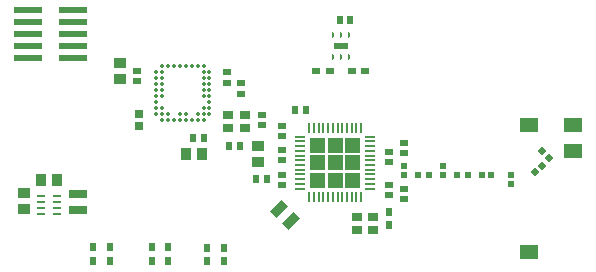
<source format=gtp>
G04*
G04 #@! TF.GenerationSoftware,Altium Limited,Altium Designer,22.8.2 (66)*
G04*
G04 Layer_Color=8421504*
%FSLAX44Y44*%
%MOMM*%
G71*
G04*
G04 #@! TF.SameCoordinates,E765EAFB-E956-432D-8013-76C00557599A*
G04*
G04*
G04 #@! TF.FilePolarity,Positive*
G04*
G01*
G75*
%ADD14R,1.2500X0.6200*%
%ADD15R,1.5000X1.2000*%
%ADD16R,0.0254X0.0254*%
%ADD17R,0.8600X0.2200*%
%ADD18R,0.2200X0.8600*%
%ADD19R,0.6000X0.6400*%
%ADD20R,0.9000X1.0000*%
%ADD21R,0.6400X0.6000*%
%ADD22R,0.9000X0.8000*%
%ADD23R,0.7500X0.6000*%
G04:AMPARAMS|DCode=24|XSize=0.5mm|YSize=0.25mm|CornerRadius=0.125mm|HoleSize=0mm|Usage=FLASHONLY|Rotation=270.000|XOffset=0mm|YOffset=0mm|HoleType=Round|Shape=RoundedRectangle|*
%AMROUNDEDRECTD24*
21,1,0.5000,0.0000,0,0,270.0*
21,1,0.2500,0.2500,0,0,270.0*
1,1,0.2500,0.0000,-0.1250*
1,1,0.2500,0.0000,0.1250*
1,1,0.2500,0.0000,0.1250*
1,1,0.2500,0.0000,-0.1250*
%
%ADD24ROUNDEDRECTD24*%
%ADD25C,0.3500*%
%ADD26R,0.6000X0.7500*%
%ADD27R,0.4800X0.5400*%
%ADD28R,1.0000X0.9000*%
%ADD29R,0.5500X0.5400*%
%ADD30R,0.5400X0.5500*%
G04:AMPARAMS|DCode=31|XSize=0.54mm|YSize=0.48mm|CornerRadius=0mm|HoleSize=0mm|Usage=FLASHONLY|Rotation=225.000|XOffset=0mm|YOffset=0mm|HoleType=Round|Shape=Rectangle|*
%AMROTATEDRECTD31*
4,1,4,0.0212,0.3606,0.3606,0.0212,-0.0212,-0.3606,-0.3606,-0.0212,0.0212,0.3606,0.0*
%
%ADD31ROTATEDRECTD31*%

G04:AMPARAMS|DCode=32|XSize=0.54mm|YSize=0.55mm|CornerRadius=0mm|HoleSize=0mm|Usage=FLASHONLY|Rotation=315.000|XOffset=0mm|YOffset=0mm|HoleType=Round|Shape=Rectangle|*
%AMROTATEDRECTD32*
4,1,4,-0.3854,-0.0035,0.0035,0.3854,0.3854,0.0035,-0.0035,-0.3854,-0.3854,-0.0035,0.0*
%
%ADD32ROTATEDRECTD32*%

G04:AMPARAMS|DCode=33|XSize=0.75mm|YSize=1.4mm|CornerRadius=0mm|HoleSize=0mm|Usage=FLASHONLY|Rotation=315.000|XOffset=0mm|YOffset=0mm|HoleType=Round|Shape=Rectangle|*
%AMROTATEDRECTD33*
4,1,4,-0.7601,-0.2298,0.2298,0.7601,0.7601,0.2298,-0.2298,-0.7601,-0.7601,-0.2298,0.0*
%
%ADD33ROTATEDRECTD33*%

%ADD34R,0.7200X0.7600*%
G04:AMPARAMS|DCode=35|XSize=0.6mm|YSize=0.25mm|CornerRadius=0.05mm|HoleSize=0mm|Usage=FLASHONLY|Rotation=0.000|XOffset=0mm|YOffset=0mm|HoleType=Round|Shape=RoundedRectangle|*
%AMROUNDEDRECTD35*
21,1,0.6000,0.1500,0,0,0.0*
21,1,0.5000,0.2500,0,0,0.0*
1,1,0.1000,0.2500,-0.0750*
1,1,0.1000,-0.2500,-0.0750*
1,1,0.1000,-0.2500,0.0750*
1,1,0.1000,0.2500,0.0750*
%
%ADD35ROUNDEDRECTD35*%
%ADD36R,1.6000X0.6500*%
%ADD37R,2.4000X0.5600*%
G36*
X595450Y354251D02*
X582617D01*
Y367084D01*
X595450D01*
Y354251D01*
D02*
G37*
G36*
X580617D02*
X567783D01*
Y367084D01*
X580617D01*
Y354251D01*
D02*
G37*
G36*
X565783D02*
X552950D01*
Y367084D01*
X565783D01*
Y354251D01*
D02*
G37*
G36*
X595450Y339417D02*
X582617D01*
Y352251D01*
X595450D01*
Y339417D01*
D02*
G37*
G36*
X580617D02*
X567783D01*
Y352251D01*
X580617D01*
Y339417D01*
D02*
G37*
G36*
X565783D02*
X552950D01*
Y352251D01*
X565783D01*
Y339417D01*
D02*
G37*
G36*
X595450Y324584D02*
X582617D01*
Y337417D01*
X595450D01*
Y324584D01*
D02*
G37*
G36*
X580617D02*
X567783D01*
Y337417D01*
X580617D01*
Y324584D01*
D02*
G37*
G36*
X565783D02*
X552950D01*
Y337417D01*
X565783D01*
Y324584D01*
D02*
G37*
D14*
X579120Y444754D02*
D03*
D15*
X775316Y377530D02*
D03*
Y355530D02*
D03*
X738016Y377530D02*
D03*
Y270530D02*
D03*
D16*
X574200Y345834D02*
D03*
D17*
X544850Y323834D02*
D03*
Y327834D02*
D03*
Y331834D02*
D03*
Y335834D02*
D03*
Y339834D02*
D03*
Y343834D02*
D03*
Y347834D02*
D03*
Y351834D02*
D03*
Y355834D02*
D03*
Y359834D02*
D03*
Y363834D02*
D03*
Y367834D02*
D03*
X603550D02*
D03*
Y363834D02*
D03*
Y359834D02*
D03*
Y355834D02*
D03*
Y351834D02*
D03*
Y347834D02*
D03*
Y343834D02*
D03*
Y339834D02*
D03*
Y335834D02*
D03*
Y331834D02*
D03*
Y327834D02*
D03*
Y323834D02*
D03*
D18*
X552200Y375184D02*
D03*
X556200D02*
D03*
X560200D02*
D03*
X564200D02*
D03*
X568200D02*
D03*
X572200D02*
D03*
X576200D02*
D03*
X580200D02*
D03*
X584200D02*
D03*
X588200D02*
D03*
X592200D02*
D03*
X596200D02*
D03*
Y316484D02*
D03*
X592200D02*
D03*
X588200D02*
D03*
X584200D02*
D03*
X580200D02*
D03*
X576200D02*
D03*
X572200D02*
D03*
X568200D02*
D03*
X564200D02*
D03*
X560200D02*
D03*
X556200D02*
D03*
X552200D02*
D03*
D19*
X587102Y466288D02*
D03*
X578302D02*
D03*
X484722Y359918D02*
D03*
X493522D02*
D03*
X462870Y367030D02*
D03*
X454070D02*
D03*
X549230Y390144D02*
D03*
X540430D02*
D03*
X516210Y331724D02*
D03*
X507410D02*
D03*
D20*
X461156Y353060D02*
D03*
X447656D02*
D03*
X325228Y331216D02*
D03*
X338728D02*
D03*
D21*
X512572Y386162D02*
D03*
Y377362D02*
D03*
X494792Y413086D02*
D03*
Y404286D02*
D03*
X482600Y413430D02*
D03*
Y422230D02*
D03*
X632460Y362794D02*
D03*
Y353994D02*
D03*
Y314624D02*
D03*
Y323424D02*
D03*
X619760Y355174D02*
D03*
Y346374D02*
D03*
Y318434D02*
D03*
Y327234D02*
D03*
X529590Y326734D02*
D03*
Y335534D02*
D03*
Y367964D02*
D03*
Y376764D02*
D03*
Y347644D02*
D03*
Y356444D02*
D03*
X406146Y414700D02*
D03*
Y423500D02*
D03*
D22*
X483870Y386080D02*
D03*
X497870D02*
D03*
Y375080D02*
D03*
X483870D02*
D03*
X592440Y288886D02*
D03*
X606440D02*
D03*
Y299886D02*
D03*
X592440D02*
D03*
D23*
X569630Y423418D02*
D03*
X558130D02*
D03*
X588356D02*
D03*
X599856D02*
D03*
D24*
X585620Y435254D02*
D03*
X579120D02*
D03*
X572620D02*
D03*
Y454254D02*
D03*
X579120D02*
D03*
X585620D02*
D03*
D25*
X467772Y387266D02*
D03*
Y392266D02*
D03*
Y397266D02*
D03*
Y402266D02*
D03*
Y407266D02*
D03*
Y412266D02*
D03*
Y417266D02*
D03*
Y422266D02*
D03*
X462772Y382266D02*
D03*
Y387266D02*
D03*
Y392266D02*
D03*
Y402266D02*
D03*
Y407266D02*
D03*
Y412266D02*
D03*
Y417266D02*
D03*
Y422266D02*
D03*
Y427266D02*
D03*
X457772Y382266D02*
D03*
Y387266D02*
D03*
Y427266D02*
D03*
X452772Y382266D02*
D03*
Y427266D02*
D03*
X447772Y382266D02*
D03*
Y387266D02*
D03*
Y427266D02*
D03*
X442772Y382266D02*
D03*
Y387266D02*
D03*
Y427266D02*
D03*
X437772Y382266D02*
D03*
Y427266D02*
D03*
X432772Y382266D02*
D03*
Y387266D02*
D03*
Y427266D02*
D03*
X427772Y382266D02*
D03*
Y387266D02*
D03*
Y392266D02*
D03*
Y402266D02*
D03*
Y407266D02*
D03*
Y412266D02*
D03*
Y417266D02*
D03*
Y422266D02*
D03*
Y427266D02*
D03*
X422772Y387266D02*
D03*
Y392266D02*
D03*
Y397266D02*
D03*
Y402266D02*
D03*
Y407266D02*
D03*
Y412266D02*
D03*
Y417266D02*
D03*
Y422266D02*
D03*
D26*
X480060Y273974D02*
D03*
Y262474D02*
D03*
X619760Y292954D02*
D03*
Y304454D02*
D03*
X466090Y262474D02*
D03*
Y273974D02*
D03*
X433070Y262728D02*
D03*
Y274228D02*
D03*
X383540Y262728D02*
D03*
Y274228D02*
D03*
X419100Y262728D02*
D03*
Y274228D02*
D03*
X369570Y262728D02*
D03*
Y274228D02*
D03*
D27*
X686390Y335534D02*
D03*
X677590D02*
D03*
X653370D02*
D03*
X644570D02*
D03*
D28*
X508508Y359702D02*
D03*
Y346202D02*
D03*
X392176Y416414D02*
D03*
Y429914D02*
D03*
X310642Y320440D02*
D03*
Y306940D02*
D03*
D29*
X698320Y335534D02*
D03*
X706120D02*
D03*
D30*
X665480Y343244D02*
D03*
Y335444D02*
D03*
X632460Y343334D02*
D03*
Y335534D02*
D03*
X723392Y327824D02*
D03*
Y335624D02*
D03*
D31*
X749237Y355663D02*
D03*
X755459Y349441D02*
D03*
D32*
X749264Y343372D02*
D03*
X743748Y337856D02*
D03*
D33*
X536749Y296117D02*
D03*
X526496Y306371D02*
D03*
D34*
X407924Y377116D02*
D03*
Y386916D02*
D03*
D35*
X338478Y317380D02*
D03*
Y312380D02*
D03*
Y307380D02*
D03*
Y302380D02*
D03*
X325478D02*
D03*
Y307380D02*
D03*
Y312380D02*
D03*
Y317380D02*
D03*
D36*
X356108Y305670D02*
D03*
Y319170D02*
D03*
D37*
X352552Y475234D02*
D03*
Y465074D02*
D03*
Y454914D02*
D03*
Y444754D02*
D03*
Y434594D02*
D03*
X314452Y475234D02*
D03*
Y465074D02*
D03*
Y454914D02*
D03*
Y444754D02*
D03*
Y434594D02*
D03*
M02*

</source>
